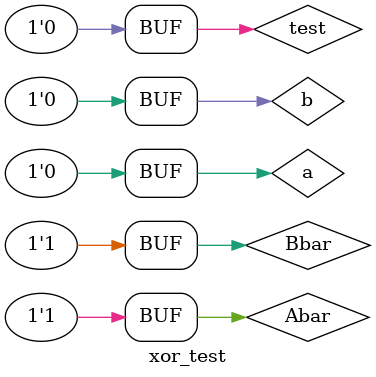
<source format=v>
module xor_test;
reg a, b;

//input a;
//input b;
//output out;

wire out,test;

cmos_xor g1(out,a,b,Abar,Bbar);


//assign test = (~a&~b | a&b);
assign test = (a^b);
assign Abar=~(a);
assign Bbar=~(b);


initial
begin
	a = 1'b0; b = 1'b0;
#10
	a = 1'b0; b = 1'b1;
#10
	a = 1'b1; b = 1'b0;
#10
	a = 1'b1; b = 1'b1;
#10
     a = 1'b0; b = 1'b0;
end
initial
	$monitor("time %d a %b b %b out %b test %b %s",
		$time,a,b,out,test,out==test? "valid":"invalid");
endmodule
</source>
